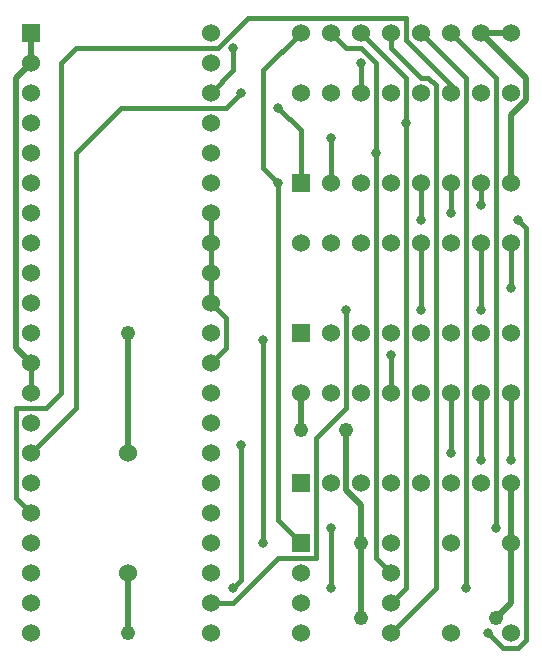
<source format=gbr>
G04 DesignSpark PCB Gerber Version 10.0 Build 5299*
G04 #@! TF.Part,Single*
G04 #@! TF.FileFunction,Copper,L2,Bot*
G04 #@! TF.FilePolarity,Positive*
%FSLAX35Y35*%
%MOIN*%
G04 #@! TA.AperFunction,WasherPad*
%ADD13R,0.06000X0.06000*%
G04 #@! TD.AperFunction*
%ADD11C,0.01500*%
%ADD10C,0.02000*%
G04 #@! TA.AperFunction,WasherPad*
%ADD15C,0.03200*%
%ADD14C,0.04800*%
%ADD12C,0.06000*%
G04 #@! TD.AperFunction*
X0Y0D02*
D02*
D10*
X15250Y105250D02*
X10250Y110250D01*
Y200250D01*
X15250Y205250D01*
Y215250D02*
Y205250D01*
X47750Y15250D02*
Y35250D01*
Y75250D02*
Y115250D01*
X105250Y95250D02*
Y82750D01*
X125250Y20250D02*
Y45250D01*
Y57750D01*
X120250Y62750D01*
Y82750D01*
X165250Y215250D02*
X175250D01*
Y45250D02*
Y25250D01*
X170250Y20250D01*
X175250Y65250D02*
Y45250D01*
Y165250D02*
Y187750D01*
X180250Y192750D01*
Y200250D01*
X165250Y215250D01*
D02*
D11*
X15250Y55250D02*
X10250Y60250D01*
Y90250D01*
X20250D01*
X25250Y95250D01*
Y205250D01*
X30250Y210250D01*
X77750D01*
X87750Y220250D01*
X140250D01*
Y212750D01*
X155250Y197750D01*
Y195250D01*
X15250Y75250D02*
X30250Y90250D01*
Y175250D01*
X15250Y105250D02*
Y95250D01*
X75250Y25250D02*
X82750D01*
X97750Y40250D01*
X110250D01*
Y80250D01*
X120250Y90250D01*
Y122750D01*
X75250Y105250D02*
X80250Y110250D01*
Y120250D01*
X75250Y125250D01*
Y135250D02*
Y125250D01*
Y145250D02*
Y135250D01*
Y155250D02*
Y145250D01*
Y195250D02*
X82750Y202750D01*
Y210250D01*
X85250Y77750D02*
Y32750D01*
X82750Y30250D01*
X85250Y195250D02*
X80250Y190250D01*
X45250D01*
X30250Y175250D01*
X92750Y112750D02*
Y45250D01*
X97750Y165250D02*
X92750Y170250D01*
Y202750D01*
X105250Y215250D01*
X97750Y165250D02*
Y52750D01*
X105250Y45250D01*
X97750Y190250D02*
X105250Y182750D01*
Y165250D01*
X115250Y50250D02*
Y30250D01*
Y180250D02*
Y165250D01*
Y215250D02*
X120250Y210250D01*
X125250D01*
X130250Y205250D01*
Y175250D01*
X125250Y195250D02*
Y205250D01*
X130250Y175250D02*
Y40250D01*
X135250Y35250D01*
Y25250D02*
X140250Y30250D01*
Y185250D01*
X135250Y95250D02*
Y107750D01*
Y215250D02*
Y210250D01*
X145250Y200250D01*
X147750D01*
X150250Y197750D01*
Y30250D01*
X135250Y15250D01*
X140250Y185250D02*
Y200250D01*
X125250Y215250D01*
X145250Y122750D02*
Y145250D01*
Y152750D02*
Y165250D01*
Y215250D02*
X160250Y200250D01*
Y30250D01*
X155250Y95250D02*
Y75250D01*
Y160250D02*
Y155250D01*
Y165250D02*
Y160250D01*
X165250Y95250D02*
Y72750D01*
Y145250D02*
Y122750D01*
Y165250D02*
Y157750D01*
X167750Y15250D02*
X172750Y10250D01*
X177750D01*
X180250Y12750D01*
Y150250D01*
X177750Y152750D01*
X170250Y50250D02*
Y200250D01*
X155250Y215250D01*
X175250Y72750D02*
Y95250D01*
Y130250D02*
Y145250D01*
D02*
D12*
X15250Y15250D03*
Y25250D03*
Y35250D03*
Y45250D03*
Y55250D03*
Y65250D03*
Y75250D03*
Y85250D03*
Y95250D03*
Y105250D03*
Y115250D03*
Y125250D03*
Y135250D03*
Y145250D03*
Y155250D03*
Y165250D03*
Y175250D03*
Y185250D03*
Y195250D03*
Y205250D03*
X47750Y35250D03*
Y75250D03*
X75250Y15250D03*
Y25250D03*
Y35250D03*
Y45250D03*
Y55250D03*
Y65250D03*
Y75250D03*
Y85250D03*
Y95250D03*
Y105250D03*
Y115250D03*
Y125250D03*
Y135250D03*
Y145250D03*
Y155250D03*
Y165250D03*
Y175250D03*
Y185250D03*
Y195250D03*
Y205250D03*
Y215250D03*
X105250Y15250D03*
Y25250D03*
Y35250D03*
Y95250D03*
Y145250D03*
Y195250D03*
Y215250D03*
X115250Y65250D03*
Y95250D03*
Y115250D03*
Y145250D03*
Y165250D03*
Y195250D03*
Y215250D03*
X125250Y65250D03*
Y95250D03*
Y115250D03*
Y145250D03*
Y165250D03*
Y195250D03*
Y215250D03*
X135250Y15250D03*
Y25250D03*
Y35250D03*
Y45250D03*
Y65250D03*
Y95250D03*
Y115250D03*
Y145250D03*
Y165250D03*
Y195250D03*
Y215250D03*
X145250Y65250D03*
Y95250D03*
Y115250D03*
Y145250D03*
Y165250D03*
Y195250D03*
Y215250D03*
X155250Y15250D03*
Y45250D03*
Y65250D03*
Y95250D03*
Y115250D03*
Y145250D03*
Y165250D03*
Y195250D03*
Y215250D03*
X165250Y65250D03*
Y95250D03*
Y115250D03*
Y145250D03*
Y165250D03*
Y195250D03*
Y215250D03*
X175250Y15250D03*
Y45250D03*
Y65250D03*
Y95250D03*
Y115250D03*
Y145250D03*
Y165250D03*
Y195250D03*
Y215250D03*
D02*
D13*
X15250D03*
X105250Y45250D03*
Y65250D03*
Y115250D03*
Y165250D03*
D02*
D14*
X47750Y15250D03*
Y115250D03*
X105250Y82750D03*
X120250D03*
X125250Y20250D03*
Y45250D03*
X170250Y20250D03*
D02*
D15*
X82750Y30250D03*
Y210250D03*
X85250Y77750D03*
Y195250D03*
X92750Y45250D03*
Y112750D03*
X97750Y165250D03*
Y190250D03*
X115250Y30250D03*
Y50250D03*
Y180250D03*
X120250Y122750D03*
X125250Y205250D03*
X130250Y175250D03*
X135250Y107750D03*
X140250Y185250D03*
X145250Y122750D03*
Y152750D03*
X155250Y75250D03*
Y155250D03*
X160250Y30250D03*
X165250Y72750D03*
Y122750D03*
Y157750D03*
X167750Y15250D03*
X170250Y50250D03*
X175250Y72750D03*
Y130250D03*
X177750Y152750D03*
X0Y0D02*
M02*

</source>
